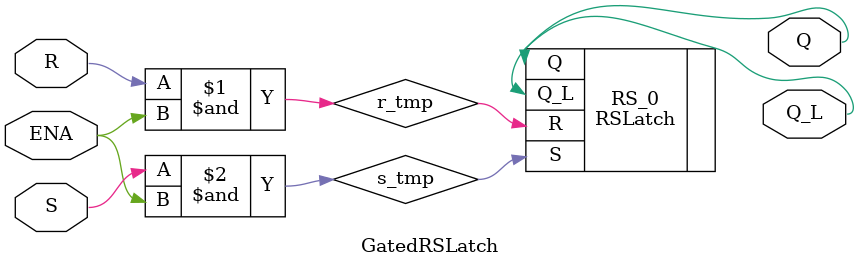
<source format=v>
`timescale 1ns / 1ps
module GatedRSLatch(
    input ENA,
    input R,
    input S,
    output Q,
    output Q_L
    );

	 wire r_tmp, s_tmp;
	 
	 assign #10 r_tmp = R & ENA;
	 assign #10 s_tmp = S & ENA;
	 
	 RSLatch RS_0(.R(r_tmp), .S(s_tmp), .Q(Q), .Q_L(Q_L));
	 
endmodule

</source>
